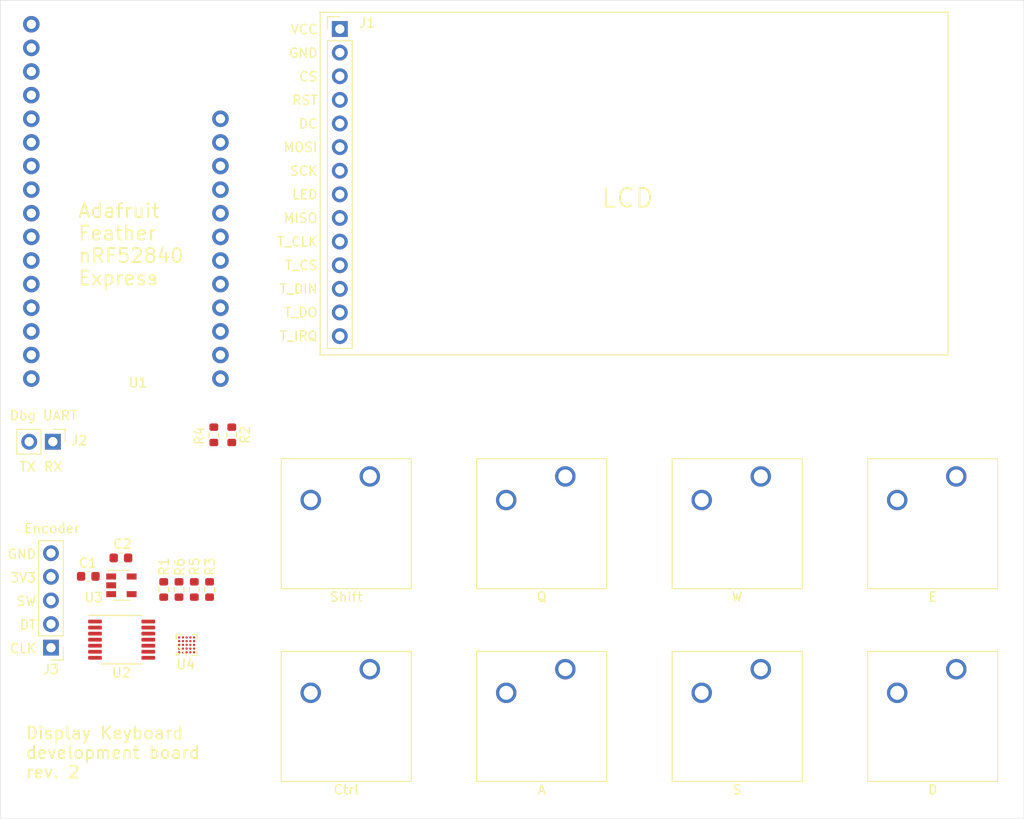
<source format=kicad_pcb>
(kicad_pcb (version 20171130) (host pcbnew "(5.1.8-0-10_14)")

  (general
    (thickness 1.6)
    (drawings 35)
    (tracks 0)
    (zones 0)
    (modules 23)
    (nets 58)
  )

  (page A4)
  (layers
    (0 F.Cu signal)
    (1 In1.Cu signal)
    (2 In2.Cu signal)
    (31 B.Cu signal)
    (32 B.Adhes user)
    (33 F.Adhes user)
    (34 B.Paste user)
    (35 F.Paste user)
    (36 B.SilkS user)
    (37 F.SilkS user)
    (38 B.Mask user)
    (39 F.Mask user)
    (40 Dwgs.User user)
    (41 Cmts.User user)
    (42 Eco1.User user)
    (43 Eco2.User user)
    (44 Edge.Cuts user)
    (45 Margin user)
    (46 B.CrtYd user)
    (47 F.CrtYd user)
    (48 B.Fab user)
    (49 F.Fab user)
  )

  (setup
    (last_trace_width 0.25)
    (user_trace_width 0.09)
    (user_trace_width 0.127)
    (user_trace_width 0.4)
    (user_trace_width 0.6)
    (trace_clearance 0.029)
    (zone_clearance 0.508)
    (zone_45_only no)
    (trace_min 0.09)
    (via_size 0.8)
    (via_drill 0.4)
    (via_min_size 0.45)
    (via_min_drill 0.2)
    (uvia_size 0.3)
    (uvia_drill 0.1)
    (uvias_allowed no)
    (uvia_min_size 0.2)
    (uvia_min_drill 0.1)
    (edge_width 0.05)
    (segment_width 0.2)
    (pcb_text_width 0.3)
    (pcb_text_size 1.5 1.5)
    (mod_edge_width 0.12)
    (mod_text_size 1 1)
    (mod_text_width 0.15)
    (pad_size 1.524 1.524)
    (pad_drill 0.762)
    (pad_to_mask_clearance 0)
    (aux_axis_origin 0 0)
    (visible_elements FFFFFF7F)
    (pcbplotparams
      (layerselection 0x010fc_ffffffff)
      (usegerberextensions false)
      (usegerberattributes true)
      (usegerberadvancedattributes true)
      (creategerberjobfile false)
      (excludeedgelayer true)
      (linewidth 0.100000)
      (plotframeref false)
      (viasonmask false)
      (mode 1)
      (useauxorigin false)
      (hpglpennumber 1)
      (hpglpenspeed 20)
      (hpglpendiameter 15.000000)
      (psnegative false)
      (psa4output false)
      (plotreference true)
      (plotvalue true)
      (plotinvisibletext false)
      (padsonsilk false)
      (subtractmaskfromsilk false)
      (outputformat 1)
      (mirror false)
      (drillshape 0)
      (scaleselection 1)
      (outputdirectory "Gerber/"))
  )

  (net 0 "")
  (net 1 "Net-(U1-Pad3)")
  (net 2 "Net-(U1-Pad6)")
  (net 3 "Net-(U1-Pad10)")
  (net 4 "Net-(U1-Pad11)")
  (net 5 "Net-(U1-Pad12)")
  (net 6 "Net-(U1-Pad32)")
  (net 7 "Net-(U1-Pad21)")
  (net 8 "Net-(U1-Pad19)")
  (net 9 "Net-(U2-Pad6)")
  (net 10 ROW0)
  (net 11 COL3)
  (net 12 ROW1)
  (net 13 COL2)
  (net 14 COL1)
  (net 15 COL0)
  (net 16 Gnd)
  (net 17 T_IRQ)
  (net 18 MISO)
  (net 19 MOSI)
  (net 20 SCK)
  (net 21 D_CS)
  (net 22 T_CS)
  (net 23 "Net-(J1-Pad5)")
  (net 24 3V3)
  (net 25 1V8)
  (net 26 3V3_RST)
  (net 27 1V8_RST)
  (net 28 3V3_SCL)
  (net 29 1V8_KBDINT)
  (net 30 3V3_SDA)
  (net 31 1V8_SCL)
  (net 32 1V8_SDA)
  (net 33 3V3_KBDINT)
  (net 34 EN)
  (net 35 "Net-(U2-Pad9)")
  (net 36 "Net-(U3-Pad4)")
  (net 37 "Net-(U4-PadA1)")
  (net 38 "Net-(U4-PadB1)")
  (net 39 "Net-(U4-PadC1)")
  (net 40 "Net-(U4-PadD1)")
  (net 41 "Net-(U4-PadA2)")
  (net 42 "Net-(U4-PadB2)")
  (net 43 "Net-(U4-PadC2)")
  (net 44 "Net-(U4-PadE2)")
  (net 45 "Net-(U4-PadB3)")
  (net 46 "Net-(U4-PadC4)")
  (net 47 "Net-(U4-PadD4)")
  (net 48 "Net-(U4-PadD5)")
  (net 49 "Net-(U4-PadE5)")
  (net 50 "Net-(J2-Pad1)")
  (net 51 "Net-(J2-Pad2)")
  (net 52 Enc_CLK)
  (net 53 Enc_DT)
  (net 54 Enc_SW)
  (net 55 "Net-(U1-Pad9)")
  (net 56 "Net-(U1-Pad8)")
  (net 57 "Net-(U1-Pad7)")

  (net_class Default "This is the default net class."
    (clearance 0.029)
    (trace_width 0.25)
    (via_dia 0.8)
    (via_drill 0.4)
    (uvia_dia 0.3)
    (uvia_drill 0.1)
    (add_net 1V8)
    (add_net 1V8_KBDINT)
    (add_net 1V8_RST)
    (add_net 1V8_SCL)
    (add_net 1V8_SDA)
    (add_net 3V3)
    (add_net 3V3_KBDINT)
    (add_net 3V3_RST)
    (add_net 3V3_SCL)
    (add_net 3V3_SDA)
    (add_net COL0)
    (add_net COL1)
    (add_net COL2)
    (add_net COL3)
    (add_net D_CS)
    (add_net EN)
    (add_net Enc_CLK)
    (add_net Enc_DT)
    (add_net Enc_SW)
    (add_net Gnd)
    (add_net MISO)
    (add_net MOSI)
    (add_net "Net-(J1-Pad5)")
    (add_net "Net-(J2-Pad1)")
    (add_net "Net-(J2-Pad2)")
    (add_net "Net-(U1-Pad10)")
    (add_net "Net-(U1-Pad11)")
    (add_net "Net-(U1-Pad12)")
    (add_net "Net-(U1-Pad19)")
    (add_net "Net-(U1-Pad21)")
    (add_net "Net-(U1-Pad3)")
    (add_net "Net-(U1-Pad32)")
    (add_net "Net-(U1-Pad6)")
    (add_net "Net-(U1-Pad7)")
    (add_net "Net-(U1-Pad8)")
    (add_net "Net-(U1-Pad9)")
    (add_net "Net-(U2-Pad6)")
    (add_net "Net-(U2-Pad9)")
    (add_net "Net-(U3-Pad4)")
    (add_net "Net-(U4-PadA1)")
    (add_net "Net-(U4-PadA2)")
    (add_net "Net-(U4-PadB1)")
    (add_net "Net-(U4-PadB2)")
    (add_net "Net-(U4-PadB3)")
    (add_net "Net-(U4-PadC1)")
    (add_net "Net-(U4-PadC2)")
    (add_net "Net-(U4-PadC4)")
    (add_net "Net-(U4-PadD1)")
    (add_net "Net-(U4-PadD4)")
    (add_net "Net-(U4-PadD5)")
    (add_net "Net-(U4-PadE2)")
    (add_net "Net-(U4-PadE5)")
    (add_net ROW0)
    (add_net ROW1)
    (add_net SCK)
    (add_net T_CS)
    (add_net T_IRQ)
  )

  (module Adafruit_Feather_nRF52840_Express:Adafruit_Feather_nRF52840_Express (layer F.Cu) (tedit 5FCBEC47) (tstamp 5FCCA1C9)
    (at 143.6624 92.6846 180)
    (descr "Adafruit Feather nRF52840 Express")
    (path /5FCC3339)
    (fp_text reference U1 (at 8.8646 -0.4318) (layer F.SilkS)
      (effects (font (size 1 1) (thickness 0.15)))
    )
    (fp_text value Adafruit_Feather_nRF52840_Express (at 10.16 -5.08) (layer F.Fab) hide
      (effects (font (size 1 1) (thickness 0.15)))
    )
    (fp_line (start 22.86 -2.54) (end -2.54 -2.54) (layer Dwgs.User) (width 0.12))
    (fp_line (start 22.86 40.64) (end 22.86 -2.54) (layer Dwgs.User) (width 0.12))
    (fp_line (start -2.54 40.64) (end 22.86 40.64) (layer Dwgs.User) (width 0.12))
    (fp_line (start -2.54 -2.54) (end -2.54 40.64) (layer Dwgs.User) (width 0.12))
    (pad 17 thru_hole circle (at 20.32 38.1 180) (size 1.778 1.778) (drill 1) (layers *.Cu *.Mask)
      (net 26 3V3_RST))
    (pad 18 thru_hole circle (at 20.32 35.56 180) (size 1.778 1.778) (drill 1) (layers *.Cu *.Mask)
      (net 24 3V3))
    (pad 19 thru_hole circle (at 20.32 33.02 180) (size 1.778 1.778) (drill 1) (layers *.Cu *.Mask)
      (net 8 "Net-(U1-Pad19)"))
    (pad 20 thru_hole circle (at 20.32 30.48 180) (size 1.778 1.778) (drill 1) (layers *.Cu *.Mask)
      (net 16 Gnd))
    (pad 21 thru_hole circle (at 20.32 27.94 180) (size 1.778 1.778) (drill 1) (layers *.Cu *.Mask)
      (net 7 "Net-(U1-Pad21)"))
    (pad 22 thru_hole circle (at 20.32 25.4 180) (size 1.778 1.778) (drill 1) (layers *.Cu *.Mask)
      (net 54 Enc_SW))
    (pad 23 thru_hole circle (at 20.32 22.86 180) (size 1.778 1.778) (drill 1) (layers *.Cu *.Mask)
      (net 53 Enc_DT))
    (pad 24 thru_hole circle (at 20.32 20.32 180) (size 1.778 1.778) (drill 1) (layers *.Cu *.Mask)
      (net 52 Enc_CLK))
    (pad 25 thru_hole circle (at 20.32 17.78 180) (size 1.778 1.778) (drill 1) (layers *.Cu *.Mask)
      (net 22 T_CS))
    (pad 26 thru_hole circle (at 20.32 15.24 180) (size 1.778 1.778) (drill 1) (layers *.Cu *.Mask)
      (net 21 D_CS))
    (pad 27 thru_hole circle (at 20.32 12.7 180) (size 1.778 1.778) (drill 1) (layers *.Cu *.Mask)
      (net 20 SCK))
    (pad 28 thru_hole circle (at 20.32 10.16 180) (size 1.778 1.778) (drill 1) (layers *.Cu *.Mask)
      (net 19 MOSI))
    (pad 29 thru_hole circle (at 20.32 7.62 180) (size 1.778 1.778) (drill 1) (layers *.Cu *.Mask)
      (net 18 MISO))
    (pad 30 thru_hole circle (at 20.32 5.08 180) (size 1.778 1.778) (drill 1) (layers *.Cu *.Mask)
      (net 51 "Net-(J2-Pad2)"))
    (pad 31 thru_hole circle (at 20.32 2.54 180) (size 1.778 1.778) (drill 1) (layers *.Cu *.Mask)
      (net 50 "Net-(J2-Pad1)"))
    (pad 32 thru_hole circle (at 20.32 0 180) (size 1.778 1.778) (drill 1) (layers *.Cu *.Mask)
      (net 6 "Net-(U1-Pad32)"))
    (pad 12 thru_hole circle (at 0 27.94 180) (size 1.778 1.778) (drill 1) (layers *.Cu *.Mask)
      (net 5 "Net-(U1-Pad12)"))
    (pad 11 thru_hole circle (at 0 25.4 180) (size 1.778 1.778) (drill 1) (layers *.Cu *.Mask)
      (net 4 "Net-(U1-Pad11)"))
    (pad 10 thru_hole circle (at 0 22.86 180) (size 1.778 1.778) (drill 1) (layers *.Cu *.Mask)
      (net 3 "Net-(U1-Pad10)"))
    (pad 9 thru_hole circle (at 0 20.32 180) (size 1.778 1.778) (drill 1) (layers *.Cu *.Mask)
      (net 55 "Net-(U1-Pad9)"))
    (pad 8 thru_hole circle (at 0 17.78 180) (size 1.778 1.778) (drill 1) (layers *.Cu *.Mask)
      (net 56 "Net-(U1-Pad8)"))
    (pad 7 thru_hole circle (at 0 15.24 180) (size 1.778 1.778) (drill 1) (layers *.Cu *.Mask)
      (net 57 "Net-(U1-Pad7)"))
    (pad 6 thru_hole circle (at 0 12.7 180) (size 1.778 1.778) (drill 1) (layers *.Cu *.Mask)
      (net 2 "Net-(U1-Pad6)"))
    (pad 5 thru_hole circle (at 0 10.16 180) (size 1.778 1.778) (drill 1) (layers *.Cu *.Mask)
      (net 17 T_IRQ))
    (pad 4 thru_hole circle (at 0 7.62 180) (size 1.778 1.778) (drill 1) (layers *.Cu *.Mask)
      (net 33 3V3_KBDINT))
    (pad 3 thru_hole circle (at 0 5.08 180) (size 1.778 1.778) (drill 1) (layers *.Cu *.Mask)
      (net 1 "Net-(U1-Pad3)"))
    (pad 2 thru_hole circle (at 0 2.54 180) (size 1.778 1.778) (drill 1) (layers *.Cu *.Mask)
      (net 28 3V3_SCL))
    (pad 1 thru_hole circle (at 0 0 180) (size 1.778 1.778) (drill 1) (layers *.Cu *.Mask)
      (net 30 3V3_SDA))
  )

  (module Button_Switch_Keyboard:SW_Cherry_MX_1.00u_PCB (layer F.Cu) (tedit 5A02FE24) (tstamp 5FCCA13D)
    (at 180.721 123.9266)
    (descr "Cherry MX keyswitch, 1.00u, PCB mount, http://cherryamericas.com/wp-content/uploads/2014/12/mx_cat.pdf")
    (tags "Cherry MX keyswitch 1.00u PCB")
    (path /5FCCB8B3)
    (fp_text reference A1 (at -2.54 -2.794) (layer F.SilkS) hide
      (effects (font (size 1 1) (thickness 0.15)))
    )
    (fp_text value A (at -2.54 12.954) (layer F.SilkS)
      (effects (font (size 1 1) (thickness 0.15)))
    )
    (fp_line (start -8.89 -1.27) (end 3.81 -1.27) (layer F.Fab) (width 0.1))
    (fp_line (start 3.81 -1.27) (end 3.81 11.43) (layer F.Fab) (width 0.1))
    (fp_line (start 3.81 11.43) (end -8.89 11.43) (layer F.Fab) (width 0.1))
    (fp_line (start -8.89 11.43) (end -8.89 -1.27) (layer F.Fab) (width 0.1))
    (fp_line (start -9.14 11.68) (end -9.14 -1.52) (layer F.CrtYd) (width 0.05))
    (fp_line (start 4.06 11.68) (end -9.14 11.68) (layer F.CrtYd) (width 0.05))
    (fp_line (start 4.06 -1.52) (end 4.06 11.68) (layer F.CrtYd) (width 0.05))
    (fp_line (start -9.14 -1.52) (end 4.06 -1.52) (layer F.CrtYd) (width 0.05))
    (fp_line (start -12.065 -4.445) (end 6.985 -4.445) (layer Dwgs.User) (width 0.15))
    (fp_line (start 6.985 -4.445) (end 6.985 14.605) (layer Dwgs.User) (width 0.15))
    (fp_line (start 6.985 14.605) (end -12.065 14.605) (layer Dwgs.User) (width 0.15))
    (fp_line (start -12.065 14.605) (end -12.065 -4.445) (layer Dwgs.User) (width 0.15))
    (fp_line (start -9.525 -1.905) (end 4.445 -1.905) (layer F.SilkS) (width 0.12))
    (fp_line (start 4.445 -1.905) (end 4.445 12.065) (layer F.SilkS) (width 0.12))
    (fp_line (start 4.445 12.065) (end -9.525 12.065) (layer F.SilkS) (width 0.12))
    (fp_line (start -9.525 12.065) (end -9.525 -1.905) (layer F.SilkS) (width 0.12))
    (fp_text user %R (at -2.54 -2.794) (layer F.Fab)
      (effects (font (size 1 1) (thickness 0.15)))
    )
    (pad "" np_thru_hole circle (at 2.54 5.08) (size 1.7 1.7) (drill 1.7) (layers *.Cu *.Mask))
    (pad "" np_thru_hole circle (at -7.62 5.08) (size 1.7 1.7) (drill 1.7) (layers *.Cu *.Mask))
    (pad "" np_thru_hole circle (at -2.54 5.08) (size 4 4) (drill 4) (layers *.Cu *.Mask))
    (pad 2 thru_hole circle (at -6.35 2.54) (size 2.2 2.2) (drill 1.5) (layers *.Cu *.Mask)
      (net 13 COL2))
    (pad 1 thru_hole circle (at 0 0) (size 2.2 2.2) (drill 1.5) (layers *.Cu *.Mask)
      (net 12 ROW1))
    (model ${KISYS3DMOD}/Button_Switch_Keyboard.3dshapes/SW_Cherry_MX_1.00u_PCB.wrl
      (at (xyz 0 0 0))
      (scale (xyz 1 1 1))
      (rotate (xyz 0 0 0))
    )
  )

  (module Button_Switch_Keyboard:SW_Cherry_MX_1.00u_PCB (layer F.Cu) (tedit 5A02FE24) (tstamp 5FCCA171)
    (at 222.7326 123.9266)
    (descr "Cherry MX keyswitch, 1.00u, PCB mount, http://cherryamericas.com/wp-content/uploads/2014/12/mx_cat.pdf")
    (tags "Cherry MX keyswitch 1.00u PCB")
    (path /5FCCC6C4)
    (fp_text reference D1 (at -2.54 -2.794) (layer F.SilkS) hide
      (effects (font (size 1 1) (thickness 0.15)))
    )
    (fp_text value D (at -2.54 12.954) (layer F.SilkS)
      (effects (font (size 1 1) (thickness 0.15)))
    )
    (fp_line (start -8.89 -1.27) (end 3.81 -1.27) (layer F.Fab) (width 0.1))
    (fp_line (start 3.81 -1.27) (end 3.81 11.43) (layer F.Fab) (width 0.1))
    (fp_line (start 3.81 11.43) (end -8.89 11.43) (layer F.Fab) (width 0.1))
    (fp_line (start -8.89 11.43) (end -8.89 -1.27) (layer F.Fab) (width 0.1))
    (fp_line (start -9.14 11.68) (end -9.14 -1.52) (layer F.CrtYd) (width 0.05))
    (fp_line (start 4.06 11.68) (end -9.14 11.68) (layer F.CrtYd) (width 0.05))
    (fp_line (start 4.06 -1.52) (end 4.06 11.68) (layer F.CrtYd) (width 0.05))
    (fp_line (start -9.14 -1.52) (end 4.06 -1.52) (layer F.CrtYd) (width 0.05))
    (fp_line (start -12.065 -4.445) (end 6.985 -4.445) (layer Dwgs.User) (width 0.15))
    (fp_line (start 6.985 -4.445) (end 6.985 14.605) (layer Dwgs.User) (width 0.15))
    (fp_line (start 6.985 14.605) (end -12.065 14.605) (layer Dwgs.User) (width 0.15))
    (fp_line (start -12.065 14.605) (end -12.065 -4.445) (layer Dwgs.User) (width 0.15))
    (fp_line (start -9.525 -1.905) (end 4.445 -1.905) (layer F.SilkS) (width 0.12))
    (fp_line (start 4.445 -1.905) (end 4.445 12.065) (layer F.SilkS) (width 0.12))
    (fp_line (start 4.445 12.065) (end -9.525 12.065) (layer F.SilkS) (width 0.12))
    (fp_line (start -9.525 12.065) (end -9.525 -1.905) (layer F.SilkS) (width 0.12))
    (fp_text user %R (at -2.54 -2.794) (layer F.Fab)
      (effects (font (size 1 1) (thickness 0.15)))
    )
    (pad "" np_thru_hole circle (at 2.54 5.08) (size 1.7 1.7) (drill 1.7) (layers *.Cu *.Mask))
    (pad "" np_thru_hole circle (at -7.62 5.08) (size 1.7 1.7) (drill 1.7) (layers *.Cu *.Mask))
    (pad "" np_thru_hole circle (at -2.54 5.08) (size 4 4) (drill 4) (layers *.Cu *.Mask))
    (pad 2 thru_hole circle (at -6.35 2.54) (size 2.2 2.2) (drill 1.5) (layers *.Cu *.Mask)
      (net 15 COL0))
    (pad 1 thru_hole circle (at 0 0) (size 2.2 2.2) (drill 1.5) (layers *.Cu *.Mask)
      (net 12 ROW1))
    (model ${KISYS3DMOD}/Button_Switch_Keyboard.3dshapes/SW_Cherry_MX_1.00u_PCB.wrl
      (at (xyz 0 0 0))
      (scale (xyz 1 1 1))
      (rotate (xyz 0 0 0))
    )
  )

  (module Button_Switch_Keyboard:SW_Cherry_MX_1.00u_PCB (layer F.Cu) (tedit 5A02FE24) (tstamp 5FCCA109)
    (at 159.7152 103.2002)
    (descr "Cherry MX keyswitch, 1.00u, PCB mount, http://cherryamericas.com/wp-content/uploads/2014/12/mx_cat.pdf")
    (tags "Cherry MX keyswitch 1.00u PCB")
    (path /5FCCCBD3)
    (fp_text reference Shift1 (at -2.54 -2.794) (layer F.SilkS) hide
      (effects (font (size 1 1) (thickness 0.15)))
    )
    (fp_text value Shift (at -2.54 12.954) (layer F.SilkS)
      (effects (font (size 1 1) (thickness 0.15)))
    )
    (fp_line (start -9.525 12.065) (end -9.525 -1.905) (layer F.SilkS) (width 0.12))
    (fp_line (start 4.445 12.065) (end -9.525 12.065) (layer F.SilkS) (width 0.12))
    (fp_line (start 4.445 -1.905) (end 4.445 12.065) (layer F.SilkS) (width 0.12))
    (fp_line (start -9.525 -1.905) (end 4.445 -1.905) (layer F.SilkS) (width 0.12))
    (fp_line (start -12.065 14.605) (end -12.065 -4.445) (layer Dwgs.User) (width 0.15))
    (fp_line (start 6.985 14.605) (end -12.065 14.605) (layer Dwgs.User) (width 0.15))
    (fp_line (start 6.985 -4.445) (end 6.985 14.605) (layer Dwgs.User) (width 0.15))
    (fp_line (start -12.065 -4.445) (end 6.985 -4.445) (layer Dwgs.User) (width 0.15))
    (fp_line (start -9.14 -1.52) (end 4.06 -1.52) (layer F.CrtYd) (width 0.05))
    (fp_line (start 4.06 -1.52) (end 4.06 11.68) (layer F.CrtYd) (width 0.05))
    (fp_line (start 4.06 11.68) (end -9.14 11.68) (layer F.CrtYd) (width 0.05))
    (fp_line (start -9.14 11.68) (end -9.14 -1.52) (layer F.CrtYd) (width 0.05))
    (fp_line (start -8.89 11.43) (end -8.89 -1.27) (layer F.Fab) (width 0.1))
    (fp_line (start 3.81 11.43) (end -8.89 11.43) (layer F.Fab) (width 0.1))
    (fp_line (start 3.81 -1.27) (end 3.81 11.43) (layer F.Fab) (width 0.1))
    (fp_line (start -8.89 -1.27) (end 3.81 -1.27) (layer F.Fab) (width 0.1))
    (fp_text user %R (at -2.54 -2.794) (layer F.Fab)
      (effects (font (size 1 1) (thickness 0.15)))
    )
    (pad 1 thru_hole circle (at 0 0) (size 2.2 2.2) (drill 1.5) (layers *.Cu *.Mask)
      (net 10 ROW0))
    (pad 2 thru_hole circle (at -6.35 2.54) (size 2.2 2.2) (drill 1.5) (layers *.Cu *.Mask)
      (net 11 COL3))
    (pad "" np_thru_hole circle (at -2.54 5.08) (size 4 4) (drill 4) (layers *.Cu *.Mask))
    (pad "" np_thru_hole circle (at -7.62 5.08) (size 1.7 1.7) (drill 1.7) (layers *.Cu *.Mask))
    (pad "" np_thru_hole circle (at 2.54 5.08) (size 1.7 1.7) (drill 1.7) (layers *.Cu *.Mask))
    (model ${KISYS3DMOD}/Button_Switch_Keyboard.3dshapes/SW_Cherry_MX_1.00u_PCB.wrl
      (at (xyz 0 0 0))
      (scale (xyz 1 1 1))
      (rotate (xyz 0 0 0))
    )
  )

  (module Button_Switch_Keyboard:SW_Cherry_MX_1.00u_PCB (layer F.Cu) (tedit 5A02FE24) (tstamp 5FCCA123)
    (at 159.7152 123.9266)
    (descr "Cherry MX keyswitch, 1.00u, PCB mount, http://cherryamericas.com/wp-content/uploads/2014/12/mx_cat.pdf")
    (tags "Cherry MX keyswitch 1.00u PCB")
    (path /5FCCD3E9)
    (fp_text reference Ctrl1 (at -2.54 -2.794) (layer F.SilkS) hide
      (effects (font (size 1 1) (thickness 0.15)))
    )
    (fp_text value Ctrl (at -2.54 12.954) (layer F.SilkS)
      (effects (font (size 1 1) (thickness 0.15)))
    )
    (fp_line (start -8.89 -1.27) (end 3.81 -1.27) (layer F.Fab) (width 0.1))
    (fp_line (start 3.81 -1.27) (end 3.81 11.43) (layer F.Fab) (width 0.1))
    (fp_line (start 3.81 11.43) (end -8.89 11.43) (layer F.Fab) (width 0.1))
    (fp_line (start -8.89 11.43) (end -8.89 -1.27) (layer F.Fab) (width 0.1))
    (fp_line (start -9.14 11.68) (end -9.14 -1.52) (layer F.CrtYd) (width 0.05))
    (fp_line (start 4.06 11.68) (end -9.14 11.68) (layer F.CrtYd) (width 0.05))
    (fp_line (start 4.06 -1.52) (end 4.06 11.68) (layer F.CrtYd) (width 0.05))
    (fp_line (start -9.14 -1.52) (end 4.06 -1.52) (layer F.CrtYd) (width 0.05))
    (fp_line (start -12.065 -4.445) (end 6.985 -4.445) (layer Dwgs.User) (width 0.15))
    (fp_line (start 6.985 -4.445) (end 6.985 14.605) (layer Dwgs.User) (width 0.15))
    (fp_line (start 6.985 14.605) (end -12.065 14.605) (layer Dwgs.User) (width 0.15))
    (fp_line (start -12.065 14.605) (end -12.065 -4.445) (layer Dwgs.User) (width 0.15))
    (fp_line (start -9.525 -1.905) (end 4.445 -1.905) (layer F.SilkS) (width 0.12))
    (fp_line (start 4.445 -1.905) (end 4.445 12.065) (layer F.SilkS) (width 0.12))
    (fp_line (start 4.445 12.065) (end -9.525 12.065) (layer F.SilkS) (width 0.12))
    (fp_line (start -9.525 12.065) (end -9.525 -1.905) (layer F.SilkS) (width 0.12))
    (fp_text user %R (at -2.54 -2.794) (layer F.Fab)
      (effects (font (size 1 1) (thickness 0.15)))
    )
    (pad "" np_thru_hole circle (at 2.54 5.08) (size 1.7 1.7) (drill 1.7) (layers *.Cu *.Mask))
    (pad "" np_thru_hole circle (at -7.62 5.08) (size 1.7 1.7) (drill 1.7) (layers *.Cu *.Mask))
    (pad "" np_thru_hole circle (at -2.54 5.08) (size 4 4) (drill 4) (layers *.Cu *.Mask))
    (pad 2 thru_hole circle (at -6.35 2.54) (size 2.2 2.2) (drill 1.5) (layers *.Cu *.Mask)
      (net 11 COL3))
    (pad 1 thru_hole circle (at 0 0) (size 2.2 2.2) (drill 1.5) (layers *.Cu *.Mask)
      (net 12 ROW1))
    (model ${KISYS3DMOD}/Button_Switch_Keyboard.3dshapes/SW_Cherry_MX_1.00u_PCB.wrl
      (at (xyz 0 0 0))
      (scale (xyz 1 1 1))
      (rotate (xyz 0 0 0))
    )
  )

  (module Button_Switch_Keyboard:SW_Cherry_MX_1.00u_PCB (layer F.Cu) (tedit 5A02FE24) (tstamp 5FCCA157)
    (at 201.7268 123.9266)
    (descr "Cherry MX keyswitch, 1.00u, PCB mount, http://cherryamericas.com/wp-content/uploads/2014/12/mx_cat.pdf")
    (tags "Cherry MX keyswitch 1.00u PCB")
    (path /5FCCBF44)
    (fp_text reference S1 (at -2.54 -2.794) (layer F.SilkS) hide
      (effects (font (size 1 1) (thickness 0.15)))
    )
    (fp_text value S (at -2.54 12.954) (layer F.SilkS)
      (effects (font (size 1 1) (thickness 0.15)))
    )
    (fp_line (start -9.525 12.065) (end -9.525 -1.905) (layer F.SilkS) (width 0.12))
    (fp_line (start 4.445 12.065) (end -9.525 12.065) (layer F.SilkS) (width 0.12))
    (fp_line (start 4.445 -1.905) (end 4.445 12.065) (layer F.SilkS) (width 0.12))
    (fp_line (start -9.525 -1.905) (end 4.445 -1.905) (layer F.SilkS) (width 0.12))
    (fp_line (start -12.065 14.605) (end -12.065 -4.445) (layer Dwgs.User) (width 0.15))
    (fp_line (start 6.985 14.605) (end -12.065 14.605) (layer Dwgs.User) (width 0.15))
    (fp_line (start 6.985 -4.445) (end 6.985 14.605) (layer Dwgs.User) (width 0.15))
    (fp_line (start -12.065 -4.445) (end 6.985 -4.445) (layer Dwgs.User) (width 0.15))
    (fp_line (start -9.14 -1.52) (end 4.06 -1.52) (layer F.CrtYd) (width 0.05))
    (fp_line (start 4.06 -1.52) (end 4.06 11.68) (layer F.CrtYd) (width 0.05))
    (fp_line (start 4.06 11.68) (end -9.14 11.68) (layer F.CrtYd) (width 0.05))
    (fp_line (start -9.14 11.68) (end -9.14 -1.52) (layer F.CrtYd) (width 0.05))
    (fp_line (start -8.89 11.43) (end -8.89 -1.27) (layer F.Fab) (width 0.1))
    (fp_line (start 3.81 11.43) (end -8.89 11.43) (layer F.Fab) (width 0.1))
    (fp_line (start 3.81 -1.27) (end 3.81 11.43) (layer F.Fab) (width 0.1))
    (fp_line (start -8.89 -1.27) (end 3.81 -1.27) (layer F.Fab) (width 0.1))
    (fp_text user %R (at -2.54 -2.794) (layer F.Fab)
      (effects (font (size 1 1) (thickness 0.15)))
    )
    (pad 1 thru_hole circle (at 0 0) (size 2.2 2.2) (drill 1.5) (layers *.Cu *.Mask)
      (net 12 ROW1))
    (pad 2 thru_hole circle (at -6.35 2.54) (size 2.2 2.2) (drill 1.5) (layers *.Cu *.Mask)
      (net 14 COL1))
    (pad "" np_thru_hole circle (at -2.54 5.08) (size 4 4) (drill 4) (layers *.Cu *.Mask))
    (pad "" np_thru_hole circle (at -7.62 5.08) (size 1.7 1.7) (drill 1.7) (layers *.Cu *.Mask))
    (pad "" np_thru_hole circle (at 2.54 5.08) (size 1.7 1.7) (drill 1.7) (layers *.Cu *.Mask))
    (model ${KISYS3DMOD}/Button_Switch_Keyboard.3dshapes/SW_Cherry_MX_1.00u_PCB.wrl
      (at (xyz 0 0 0))
      (scale (xyz 1 1 1))
      (rotate (xyz 0 0 0))
    )
  )

  (module Button_Switch_Keyboard:SW_Cherry_MX_1.00u_PCB (layer F.Cu) (tedit 5A02FE24) (tstamp 5FCCA18B)
    (at 222.7326 103.2002)
    (descr "Cherry MX keyswitch, 1.00u, PCB mount, http://cherryamericas.com/wp-content/uploads/2014/12/mx_cat.pdf")
    (tags "Cherry MX keyswitch 1.00u PCB")
    (path /5FCCAA98)
    (fp_text reference E1 (at -2.54 -2.794) (layer F.SilkS) hide
      (effects (font (size 1 1) (thickness 0.15)))
    )
    (fp_text value E (at -2.54 12.954) (layer F.SilkS)
      (effects (font (size 1 1) (thickness 0.15)))
    )
    (fp_line (start -9.525 12.065) (end -9.525 -1.905) (layer F.SilkS) (width 0.12))
    (fp_line (start 4.445 12.065) (end -9.525 12.065) (layer F.SilkS) (width 0.12))
    (fp_line (start 4.445 -1.905) (end 4.445 12.065) (layer F.SilkS) (width 0.12))
    (fp_line (start -9.525 -1.905) (end 4.445 -1.905) (layer F.SilkS) (width 0.12))
    (fp_line (start -12.065 14.605) (end -12.065 -4.445) (layer Dwgs.User) (width 0.15))
    (fp_line (start 6.985 14.605) (end -12.065 14.605) (layer Dwgs.User) (width 0.15))
    (fp_line (start 6.985 -4.445) (end 6.985 14.605) (layer Dwgs.User) (width 0.15))
    (fp_line (start -12.065 -4.445) (end 6.985 -4.445) (layer Dwgs.User) (width 0.15))
    (fp_line (start -9.14 -1.52) (end 4.06 -1.52) (layer F.CrtYd) (width 0.05))
    (fp_line (start 4.06 -1.52) (end 4.06 11.68) (layer F.CrtYd) (width 0.05))
    (fp_line (start 4.06 11.68) (end -9.14 11.68) (layer F.CrtYd) (width 0.05))
    (fp_line (start -9.14 11.68) (end -9.14 -1.52) (layer F.CrtYd) (width 0.05))
    (fp_line (start -8.89 11.43) (end -8.89 -1.27) (layer F.Fab) (width 0.1))
    (fp_line (start 3.81 11.43) (end -8.89 11.43) (layer F.Fab) (width 0.1))
    (fp_line (start 3.81 -1.27) (end 3.81 11.43) (layer F.Fab) (width 0.1))
    (fp_line (start -8.89 -1.27) (end 3.81 -1.27) (layer F.Fab) (width 0.1))
    (fp_text user %R (at -2.54 -2.794) (layer F.Fab)
      (effects (font (size 1 1) (thickness 0.15)))
    )
    (pad 1 thru_hole circle (at 0 0) (size 2.2 2.2) (drill 1.5) (layers *.Cu *.Mask)
      (net 10 ROW0))
    (pad 2 thru_hole circle (at -6.35 2.54) (size 2.2 2.2) (drill 1.5) (layers *.Cu *.Mask)
      (net 15 COL0))
    (pad "" np_thru_hole circle (at -2.54 5.08) (size 4 4) (drill 4) (layers *.Cu *.Mask))
    (pad "" np_thru_hole circle (at -7.62 5.08) (size 1.7 1.7) (drill 1.7) (layers *.Cu *.Mask))
    (pad "" np_thru_hole circle (at 2.54 5.08) (size 1.7 1.7) (drill 1.7) (layers *.Cu *.Mask))
    (model ${KISYS3DMOD}/Button_Switch_Keyboard.3dshapes/SW_Cherry_MX_1.00u_PCB.wrl
      (at (xyz 0 0 0))
      (scale (xyz 1 1 1))
      (rotate (xyz 0 0 0))
    )
  )

  (module Button_Switch_Keyboard:SW_Cherry_MX_1.00u_PCB (layer F.Cu) (tedit 5A02FE24) (tstamp 5FCCA1A5)
    (at 180.721 103.2002)
    (descr "Cherry MX keyswitch, 1.00u, PCB mount, http://cherryamericas.com/wp-content/uploads/2014/12/mx_cat.pdf")
    (tags "Cherry MX keyswitch 1.00u PCB")
    (path /5FCC9F75)
    (fp_text reference Q1 (at -2.54 -2.794) (layer F.SilkS) hide
      (effects (font (size 1 1) (thickness 0.15)))
    )
    (fp_text value Q (at -2.54 12.954) (layer F.SilkS)
      (effects (font (size 1 1) (thickness 0.15)))
    )
    (fp_line (start -9.525 12.065) (end -9.525 -1.905) (layer F.SilkS) (width 0.12))
    (fp_line (start 4.445 12.065) (end -9.525 12.065) (layer F.SilkS) (width 0.12))
    (fp_line (start 4.445 -1.905) (end 4.445 12.065) (layer F.SilkS) (width 0.12))
    (fp_line (start -9.525 -1.905) (end 4.445 -1.905) (layer F.SilkS) (width 0.12))
    (fp_line (start -12.065 14.605) (end -12.065 -4.445) (layer Dwgs.User) (width 0.15))
    (fp_line (start 6.985 14.605) (end -12.065 14.605) (layer Dwgs.User) (width 0.15))
    (fp_line (start 6.985 -4.445) (end 6.985 14.605) (layer Dwgs.User) (width 0.15))
    (fp_line (start -12.065 -4.445) (end 6.985 -4.445) (layer Dwgs.User) (width 0.15))
    (fp_line (start -9.14 -1.52) (end 4.06 -1.52) (layer F.CrtYd) (width 0.05))
    (fp_line (start 4.06 -1.52) (end 4.06 11.68) (layer F.CrtYd) (width 0.05))
    (fp_line (start 4.06 11.68) (end -9.14 11.68) (layer F.CrtYd) (width 0.05))
    (fp_line (start -9.14 11.68) (end -9.14 -1.52) (layer F.CrtYd) (width 0.05))
    (fp_line (start -8.89 11.43) (end -8.89 -1.27) (layer F.Fab) (width 0.1))
    (fp_line (start 3.81 11.43) (end -8.89 11.43) (layer F.Fab) (width 0.1))
    (fp_line (start 3.81 -1.27) (end 3.81 11.43) (layer F.Fab) (width 0.1))
    (fp_line (start -8.89 -1.27) (end 3.81 -1.27) (layer F.Fab) (width 0.1))
    (fp_text user %R (at -2.54 -2.794) (layer F.Fab)
      (effects (font (size 1 1) (thickness 0.15)))
    )
    (pad 1 thru_hole circle (at 0 0) (size 2.2 2.2) (drill 1.5) (layers *.Cu *.Mask)
      (net 10 ROW0))
    (pad 2 thru_hole circle (at -6.35 2.54) (size 2.2 2.2) (drill 1.5) (layers *.Cu *.Mask)
      (net 13 COL2))
    (pad "" np_thru_hole circle (at -2.54 5.08) (size 4 4) (drill 4) (layers *.Cu *.Mask))
    (pad "" np_thru_hole circle (at -7.62 5.08) (size 1.7 1.7) (drill 1.7) (layers *.Cu *.Mask))
    (pad "" np_thru_hole circle (at 2.54 5.08) (size 1.7 1.7) (drill 1.7) (layers *.Cu *.Mask))
    (model ${KISYS3DMOD}/Button_Switch_Keyboard.3dshapes/SW_Cherry_MX_1.00u_PCB.wrl
      (at (xyz 0 0 0))
      (scale (xyz 1 1 1))
      (rotate (xyz 0 0 0))
    )
  )

  (module Button_Switch_Keyboard:SW_Cherry_MX_1.00u_PCB (layer F.Cu) (tedit 5A02FE24) (tstamp 5FCCA215)
    (at 201.7268 103.2002)
    (descr "Cherry MX keyswitch, 1.00u, PCB mount, http://cherryamericas.com/wp-content/uploads/2014/12/mx_cat.pdf")
    (tags "Cherry MX keyswitch 1.00u PCB")
    (path /5FCCA414)
    (fp_text reference W1 (at -2.54 -2.794) (layer F.SilkS) hide
      (effects (font (size 1 1) (thickness 0.15)))
    )
    (fp_text value W (at -2.54 12.954) (layer F.SilkS)
      (effects (font (size 1 1) (thickness 0.15)))
    )
    (fp_line (start -8.89 -1.27) (end 3.81 -1.27) (layer F.Fab) (width 0.1))
    (fp_line (start 3.81 -1.27) (end 3.81 11.43) (layer F.Fab) (width 0.1))
    (fp_line (start 3.81 11.43) (end -8.89 11.43) (layer F.Fab) (width 0.1))
    (fp_line (start -8.89 11.43) (end -8.89 -1.27) (layer F.Fab) (width 0.1))
    (fp_line (start -9.14 11.68) (end -9.14 -1.52) (layer F.CrtYd) (width 0.05))
    (fp_line (start 4.06 11.68) (end -9.14 11.68) (layer F.CrtYd) (width 0.05))
    (fp_line (start 4.06 -1.52) (end 4.06 11.68) (layer F.CrtYd) (width 0.05))
    (fp_line (start -9.14 -1.52) (end 4.06 -1.52) (layer F.CrtYd) (width 0.05))
    (fp_line (start -12.065 -4.445) (end 6.985 -4.445) (layer Dwgs.User) (width 0.15))
    (fp_line (start 6.985 -4.445) (end 6.985 14.605) (layer Dwgs.User) (width 0.15))
    (fp_line (start 6.985 14.605) (end -12.065 14.605) (layer Dwgs.User) (width 0.15))
    (fp_line (start -12.065 14.605) (end -12.065 -4.445) (layer Dwgs.User) (width 0.15))
    (fp_line (start -9.525 -1.905) (end 4.445 -1.905) (layer F.SilkS) (width 0.12))
    (fp_line (start 4.445 -1.905) (end 4.445 12.065) (layer F.SilkS) (width 0.12))
    (fp_line (start 4.445 12.065) (end -9.525 12.065) (layer F.SilkS) (width 0.12))
    (fp_line (start -9.525 12.065) (end -9.525 -1.905) (layer F.SilkS) (width 0.12))
    (fp_text user %R (at -2.54 -2.794) (layer F.Fab)
      (effects (font (size 1 1) (thickness 0.15)))
    )
    (pad "" np_thru_hole circle (at 2.54 5.08) (size 1.7 1.7) (drill 1.7) (layers *.Cu *.Mask))
    (pad "" np_thru_hole circle (at -7.62 5.08) (size 1.7 1.7) (drill 1.7) (layers *.Cu *.Mask))
    (pad "" np_thru_hole circle (at -2.54 5.08) (size 4 4) (drill 4) (layers *.Cu *.Mask))
    (pad 2 thru_hole circle (at -6.35 2.54) (size 2.2 2.2) (drill 1.5) (layers *.Cu *.Mask)
      (net 14 COL1))
    (pad 1 thru_hole circle (at 0 0) (size 2.2 2.2) (drill 1.5) (layers *.Cu *.Mask)
      (net 10 ROW0))
    (model ${KISYS3DMOD}/Button_Switch_Keyboard.3dshapes/SW_Cherry_MX_1.00u_PCB.wrl
      (at (xyz 0 0 0))
      (scale (xyz 1 1 1))
      (rotate (xyz 0 0 0))
    )
  )

  (module Connector_PinHeader_2.54mm:PinHeader_1x14_P2.54mm_Vertical (layer F.Cu) (tedit 59FED5CC) (tstamp 5FCD134E)
    (at 156.4894 55.0926)
    (descr "Through hole straight pin header, 1x14, 2.54mm pitch, single row")
    (tags "Through hole pin header THT 1x14 2.54mm single row")
    (path /5FCD18E2)
    (fp_text reference J1 (at 2.9464 -0.6604) (layer F.SilkS)
      (effects (font (size 1 1) (thickness 0.15)))
    )
    (fp_text value Conn_01x14_Female (at 0 35.35) (layer F.Fab)
      (effects (font (size 1 1) (thickness 0.15)))
    )
    (fp_line (start 1.8 -1.8) (end -1.8 -1.8) (layer F.CrtYd) (width 0.05))
    (fp_line (start 1.8 34.8) (end 1.8 -1.8) (layer F.CrtYd) (width 0.05))
    (fp_line (start -1.8 34.8) (end 1.8 34.8) (layer F.CrtYd) (width 0.05))
    (fp_line (start -1.8 -1.8) (end -1.8 34.8) (layer F.CrtYd) (width 0.05))
    (fp_line (start -1.33 -1.33) (end 0 -1.33) (layer F.SilkS) (width 0.12))
    (fp_line (start -1.33 0) (end -1.33 -1.33) (layer F.SilkS) (width 0.12))
    (fp_line (start -1.33 1.27) (end 1.33 1.27) (layer F.SilkS) (width 0.12))
    (fp_line (start 1.33 1.27) (end 1.33 34.35) (layer F.SilkS) (width 0.12))
    (fp_line (start -1.33 1.27) (end -1.33 34.35) (layer F.SilkS) (width 0.12))
    (fp_line (start -1.33 34.35) (end 1.33 34.35) (layer F.SilkS) (width 0.12))
    (fp_line (start -1.27 -0.635) (end -0.635 -1.27) (layer F.Fab) (width 0.1))
    (fp_line (start -1.27 34.29) (end -1.27 -0.635) (layer F.Fab) (width 0.1))
    (fp_line (start 1.27 34.29) (end -1.27 34.29) (layer F.Fab) (width 0.1))
    (fp_line (start 1.27 -1.27) (end 1.27 34.29) (layer F.Fab) (width 0.1))
    (fp_line (start -0.635 -1.27) (end 1.27 -1.27) (layer F.Fab) (width 0.1))
    (fp_text user %R (at 0 16.51 90) (layer F.Fab)
      (effects (font (size 1 1) (thickness 0.15)))
    )
    (pad 1 thru_hole rect (at 0 0) (size 1.7 1.7) (drill 1) (layers *.Cu *.Mask)
      (net 24 3V3))
    (pad 2 thru_hole oval (at 0 2.54) (size 1.7 1.7) (drill 1) (layers *.Cu *.Mask)
      (net 16 Gnd))
    (pad 3 thru_hole oval (at 0 5.08) (size 1.7 1.7) (drill 1) (layers *.Cu *.Mask)
      (net 21 D_CS))
    (pad 4 thru_hole oval (at 0 7.62) (size 1.7 1.7) (drill 1) (layers *.Cu *.Mask)
      (net 26 3V3_RST))
    (pad 5 thru_hole oval (at 0 10.16) (size 1.7 1.7) (drill 1) (layers *.Cu *.Mask)
      (net 23 "Net-(J1-Pad5)"))
    (pad 6 thru_hole oval (at 0 12.7) (size 1.7 1.7) (drill 1) (layers *.Cu *.Mask)
      (net 19 MOSI))
    (pad 7 thru_hole oval (at 0 15.24) (size 1.7 1.7) (drill 1) (layers *.Cu *.Mask)
      (net 20 SCK))
    (pad 8 thru_hole oval (at 0 17.78) (size 1.7 1.7) (drill 1) (layers *.Cu *.Mask)
      (net 24 3V3))
    (pad 9 thru_hole oval (at 0 20.32) (size 1.7 1.7) (drill 1) (layers *.Cu *.Mask)
      (net 18 MISO))
    (pad 10 thru_hole oval (at 0 22.86) (size 1.7 1.7) (drill 1) (layers *.Cu *.Mask)
      (net 20 SCK))
    (pad 11 thru_hole oval (at 0 25.4) (size 1.7 1.7) (drill 1) (layers *.Cu *.Mask)
      (net 22 T_CS))
    (pad 12 thru_hole oval (at 0 27.94) (size 1.7 1.7) (drill 1) (layers *.Cu *.Mask)
      (net 19 MOSI))
    (pad 13 thru_hole oval (at 0 30.48) (size 1.7 1.7) (drill 1) (layers *.Cu *.Mask)
      (net 18 MISO))
    (pad 14 thru_hole oval (at 0 33.02) (size 1.7 1.7) (drill 1) (layers *.Cu *.Mask)
      (net 17 T_IRQ))
    (model ${KISYS3DMOD}/Connector_PinHeader_2.54mm.3dshapes/PinHeader_1x14_P2.54mm_Vertical.wrl
      (at (xyz 0 0 0))
      (scale (xyz 1 1 1))
      (rotate (xyz 0 0 0))
    )
  )

  (module Capacitor_SMD:C_0603_1608Metric (layer F.Cu) (tedit 5F68FEEE) (tstamp 5FE8F57A)
    (at 129.4638 113.9444 180)
    (descr "Capacitor SMD 0603 (1608 Metric), square (rectangular) end terminal, IPC_7351 nominal, (Body size source: IPC-SM-782 page 76, https://www.pcb-3d.com/wordpress/wp-content/uploads/ipc-sm-782a_amendment_1_and_2.pdf), generated with kicad-footprint-generator")
    (tags capacitor)
    (path /5FE9973B)
    (attr smd)
    (fp_text reference C1 (at 0.0508 1.4478) (layer F.SilkS)
      (effects (font (size 1 1) (thickness 0.15)))
    )
    (fp_text value 1µF/10V (at 0 1.43) (layer F.Fab) hide
      (effects (font (size 1 1) (thickness 0.15)))
    )
    (fp_line (start -0.8 0.4) (end -0.8 -0.4) (layer F.Fab) (width 0.1))
    (fp_line (start -0.8 -0.4) (end 0.8 -0.4) (layer F.Fab) (width 0.1))
    (fp_line (start 0.8 -0.4) (end 0.8 0.4) (layer F.Fab) (width 0.1))
    (fp_line (start 0.8 0.4) (end -0.8 0.4) (layer F.Fab) (width 0.1))
    (fp_line (start -0.14058 -0.51) (end 0.14058 -0.51) (layer F.SilkS) (width 0.12))
    (fp_line (start -0.14058 0.51) (end 0.14058 0.51) (layer F.SilkS) (width 0.12))
    (fp_line (start -1.48 0.73) (end -1.48 -0.73) (layer F.CrtYd) (width 0.05))
    (fp_line (start -1.48 -0.73) (end 1.48 -0.73) (layer F.CrtYd) (width 0.05))
    (fp_line (start 1.48 -0.73) (end 1.48 0.73) (layer F.CrtYd) (width 0.05))
    (fp_line (start 1.48 0.73) (end -1.48 0.73) (layer F.CrtYd) (width 0.05))
    (fp_text user %R (at 0 0) (layer F.Fab)
      (effects (font (size 0.4 0.4) (thickness 0.06)))
    )
    (pad 1 smd roundrect (at -0.775 0 180) (size 0.9 0.95) (layers F.Cu F.Paste F.Mask) (roundrect_rratio 0.25)
      (net 24 3V3))
    (pad 2 smd roundrect (at 0.775 0 180) (size 0.9 0.95) (layers F.Cu F.Paste F.Mask) (roundrect_rratio 0.25)
      (net 16 Gnd))
    (model ${KISYS3DMOD}/Capacitor_SMD.3dshapes/C_0603_1608Metric.wrl
      (at (xyz 0 0 0))
      (scale (xyz 1 1 1))
      (rotate (xyz 0 0 0))
    )
  )

  (module Capacitor_SMD:C_0603_1608Metric (layer F.Cu) (tedit 5F68FEEE) (tstamp 5FE90791)
    (at 132.969 111.9632 180)
    (descr "Capacitor SMD 0603 (1608 Metric), square (rectangular) end terminal, IPC_7351 nominal, (Body size source: IPC-SM-782 page 76, https://www.pcb-3d.com/wordpress/wp-content/uploads/ipc-sm-782a_amendment_1_and_2.pdf), generated with kicad-footprint-generator")
    (tags capacitor)
    (path /5FE9BA17)
    (attr smd)
    (fp_text reference C2 (at -0.1524 1.4986) (layer F.SilkS)
      (effects (font (size 1 1) (thickness 0.15)))
    )
    (fp_text value 1µF/10V (at 0 1.43) (layer F.Fab) hide
      (effects (font (size 1 1) (thickness 0.15)))
    )
    (fp_line (start 1.48 0.73) (end -1.48 0.73) (layer F.CrtYd) (width 0.05))
    (fp_line (start 1.48 -0.73) (end 1.48 0.73) (layer F.CrtYd) (width 0.05))
    (fp_line (start -1.48 -0.73) (end 1.48 -0.73) (layer F.CrtYd) (width 0.05))
    (fp_line (start -1.48 0.73) (end -1.48 -0.73) (layer F.CrtYd) (width 0.05))
    (fp_line (start -0.14058 0.51) (end 0.14058 0.51) (layer F.SilkS) (width 0.12))
    (fp_line (start -0.14058 -0.51) (end 0.14058 -0.51) (layer F.SilkS) (width 0.12))
    (fp_line (start 0.8 0.4) (end -0.8 0.4) (layer F.Fab) (width 0.1))
    (fp_line (start 0.8 -0.4) (end 0.8 0.4) (layer F.Fab) (width 0.1))
    (fp_line (start -0.8 -0.4) (end 0.8 -0.4) (layer F.Fab) (width 0.1))
    (fp_line (start -0.8 0.4) (end -0.8 -0.4) (layer F.Fab) (width 0.1))
    (fp_text user %R (at 0 0) (layer F.Fab)
      (effects (font (size 0.4 0.4) (thickness 0.06)))
    )
    (pad 2 smd roundrect (at 0.775 0 180) (size 0.9 0.95) (layers F.Cu F.Paste F.Mask) (roundrect_rratio 0.25)
      (net 16 Gnd))
    (pad 1 smd roundrect (at -0.775 0 180) (size 0.9 0.95) (layers F.Cu F.Paste F.Mask) (roundrect_rratio 0.25)
      (net 25 1V8))
    (model ${KISYS3DMOD}/Capacitor_SMD.3dshapes/C_0603_1608Metric.wrl
      (at (xyz 0 0 0))
      (scale (xyz 1 1 1))
      (rotate (xyz 0 0 0))
    )
  )

  (module Resistor_SMD:R_0603_1608Metric (layer F.Cu) (tedit 5F68FEEE) (tstamp 5FE90DA2)
    (at 137.5664 115.3546 90)
    (descr "Resistor SMD 0603 (1608 Metric), square (rectangular) end terminal, IPC_7351 nominal, (Body size source: IPC-SM-782 page 72, https://www.pcb-3d.com/wordpress/wp-content/uploads/ipc-sm-782a_amendment_1_and_2.pdf), generated with kicad-footprint-generator")
    (tags resistor)
    (path /5FEB569E)
    (attr smd)
    (fp_text reference R1 (at 2.4638 0.0254 90) (layer F.SilkS)
      (effects (font (size 1 1) (thickness 0.15)))
    )
    (fp_text value 106Ω (at 0 1.43 90) (layer F.Fab) hide
      (effects (font (size 1 1) (thickness 0.15)))
    )
    (fp_line (start 1.48 0.73) (end -1.48 0.73) (layer F.CrtYd) (width 0.05))
    (fp_line (start 1.48 -0.73) (end 1.48 0.73) (layer F.CrtYd) (width 0.05))
    (fp_line (start -1.48 -0.73) (end 1.48 -0.73) (layer F.CrtYd) (width 0.05))
    (fp_line (start -1.48 0.73) (end -1.48 -0.73) (layer F.CrtYd) (width 0.05))
    (fp_line (start -0.237258 0.5225) (end 0.237258 0.5225) (layer F.SilkS) (width 0.12))
    (fp_line (start -0.237258 -0.5225) (end 0.237258 -0.5225) (layer F.SilkS) (width 0.12))
    (fp_line (start 0.8 0.4125) (end -0.8 0.4125) (layer F.Fab) (width 0.1))
    (fp_line (start 0.8 -0.4125) (end 0.8 0.4125) (layer F.Fab) (width 0.1))
    (fp_line (start -0.8 -0.4125) (end 0.8 -0.4125) (layer F.Fab) (width 0.1))
    (fp_line (start -0.8 0.4125) (end -0.8 -0.4125) (layer F.Fab) (width 0.1))
    (fp_text user %R (at 0 0 90) (layer F.Fab)
      (effects (font (size 0.4 0.4) (thickness 0.06)))
    )
    (pad 2 smd roundrect (at 0.825 0 90) (size 0.8 0.95) (layers F.Cu F.Paste F.Mask) (roundrect_rratio 0.25)
      (net 25 1V8))
    (pad 1 smd roundrect (at -0.825 0 90) (size 0.8 0.95) (layers F.Cu F.Paste F.Mask) (roundrect_rratio 0.25)
      (net 27 1V8_RST))
    (model ${KISYS3DMOD}/Resistor_SMD.3dshapes/R_0603_1608Metric.wrl
      (at (xyz 0 0 0))
      (scale (xyz 1 1 1))
      (rotate (xyz 0 0 0))
    )
  )

  (module Resistor_SMD:R_0603_1608Metric (layer F.Cu) (tedit 5F68FEEE) (tstamp 5FE90FD5)
    (at 144.8816 98.7298 270)
    (descr "Resistor SMD 0603 (1608 Metric), square (rectangular) end terminal, IPC_7351 nominal, (Body size source: IPC-SM-782 page 72, https://www.pcb-3d.com/wordpress/wp-content/uploads/ipc-sm-782a_amendment_1_and_2.pdf), generated with kicad-footprint-generator")
    (tags resistor)
    (path /5FEC6AE7)
    (attr smd)
    (fp_text reference R2 (at 0 -1.43 90) (layer F.SilkS)
      (effects (font (size 1 1) (thickness 0.15)))
    )
    (fp_text value 5kΩ (at 0 1.43 90) (layer F.Fab) hide
      (effects (font (size 1 1) (thickness 0.15)))
    )
    (fp_line (start -0.8 0.4125) (end -0.8 -0.4125) (layer F.Fab) (width 0.1))
    (fp_line (start -0.8 -0.4125) (end 0.8 -0.4125) (layer F.Fab) (width 0.1))
    (fp_line (start 0.8 -0.4125) (end 0.8 0.4125) (layer F.Fab) (width 0.1))
    (fp_line (start 0.8 0.4125) (end -0.8 0.4125) (layer F.Fab) (width 0.1))
    (fp_line (start -0.237258 -0.5225) (end 0.237258 -0.5225) (layer F.SilkS) (width 0.12))
    (fp_line (start -0.237258 0.5225) (end 0.237258 0.5225) (layer F.SilkS) (width 0.12))
    (fp_line (start -1.48 0.73) (end -1.48 -0.73) (layer F.CrtYd) (width 0.05))
    (fp_line (start -1.48 -0.73) (end 1.48 -0.73) (layer F.CrtYd) (width 0.05))
    (fp_line (start 1.48 -0.73) (end 1.48 0.73) (layer F.CrtYd) (width 0.05))
    (fp_line (start 1.48 0.73) (end -1.48 0.73) (layer F.CrtYd) (width 0.05))
    (fp_text user %R (at 0 0 90) (layer F.Fab)
      (effects (font (size 0.4 0.4) (thickness 0.06)))
    )
    (pad 1 smd roundrect (at -0.825 0 270) (size 0.8 0.95) (layers F.Cu F.Paste F.Mask) (roundrect_rratio 0.25)
      (net 28 3V3_SCL))
    (pad 2 smd roundrect (at 0.825 0 270) (size 0.8 0.95) (layers F.Cu F.Paste F.Mask) (roundrect_rratio 0.25)
      (net 24 3V3))
    (model ${KISYS3DMOD}/Resistor_SMD.3dshapes/R_0603_1608Metric.wrl
      (at (xyz 0 0 0))
      (scale (xyz 1 1 1))
      (rotate (xyz 0 0 0))
    )
  )

  (module Resistor_SMD:R_0603_1608Metric (layer F.Cu) (tedit 5F68FEEE) (tstamp 5FE90D72)
    (at 142.494 115.3546 90)
    (descr "Resistor SMD 0603 (1608 Metric), square (rectangular) end terminal, IPC_7351 nominal, (Body size source: IPC-SM-782 page 72, https://www.pcb-3d.com/wordpress/wp-content/uploads/ipc-sm-782a_amendment_1_and_2.pdf), generated with kicad-footprint-generator")
    (tags resistor)
    (path /5FEB5280)
    (attr smd)
    (fp_text reference R3 (at 2.4384 0.0508 90) (layer F.SilkS)
      (effects (font (size 1 1) (thickness 0.15)))
    )
    (fp_text value 106Ω (at 0 1.43 90) (layer F.Fab) hide
      (effects (font (size 1 1) (thickness 0.15)))
    )
    (fp_line (start -0.8 0.4125) (end -0.8 -0.4125) (layer F.Fab) (width 0.1))
    (fp_line (start -0.8 -0.4125) (end 0.8 -0.4125) (layer F.Fab) (width 0.1))
    (fp_line (start 0.8 -0.4125) (end 0.8 0.4125) (layer F.Fab) (width 0.1))
    (fp_line (start 0.8 0.4125) (end -0.8 0.4125) (layer F.Fab) (width 0.1))
    (fp_line (start -0.237258 -0.5225) (end 0.237258 -0.5225) (layer F.SilkS) (width 0.12))
    (fp_line (start -0.237258 0.5225) (end 0.237258 0.5225) (layer F.SilkS) (width 0.12))
    (fp_line (start -1.48 0.73) (end -1.48 -0.73) (layer F.CrtYd) (width 0.05))
    (fp_line (start -1.48 -0.73) (end 1.48 -0.73) (layer F.CrtYd) (width 0.05))
    (fp_line (start 1.48 -0.73) (end 1.48 0.73) (layer F.CrtYd) (width 0.05))
    (fp_line (start 1.48 0.73) (end -1.48 0.73) (layer F.CrtYd) (width 0.05))
    (fp_text user %R (at 0 0 90) (layer F.Fab)
      (effects (font (size 0.4 0.4) (thickness 0.06)))
    )
    (pad 1 smd roundrect (at -0.825 0 90) (size 0.8 0.95) (layers F.Cu F.Paste F.Mask) (roundrect_rratio 0.25)
      (net 29 1V8_KBDINT))
    (pad 2 smd roundrect (at 0.825 0 90) (size 0.8 0.95) (layers F.Cu F.Paste F.Mask) (roundrect_rratio 0.25)
      (net 25 1V8))
    (model ${KISYS3DMOD}/Resistor_SMD.3dshapes/R_0603_1608Metric.wrl
      (at (xyz 0 0 0))
      (scale (xyz 1 1 1))
      (rotate (xyz 0 0 0))
    )
  )

  (module Resistor_SMD:R_0603_1608Metric (layer F.Cu) (tedit 5F68FEEE) (tstamp 5FE8F5CF)
    (at 142.9512 98.7298 270)
    (descr "Resistor SMD 0603 (1608 Metric), square (rectangular) end terminal, IPC_7351 nominal, (Body size source: IPC-SM-782 page 72, https://www.pcb-3d.com/wordpress/wp-content/uploads/ipc-sm-782a_amendment_1_and_2.pdf), generated with kicad-footprint-generator")
    (tags resistor)
    (path /5FEC5323)
    (attr smd)
    (fp_text reference R4 (at 0.1016 1.5494 90) (layer F.SilkS)
      (effects (font (size 1 1) (thickness 0.15)))
    )
    (fp_text value 5kΩ (at 0 1.43 90) (layer F.Fab) hide
      (effects (font (size 1 1) (thickness 0.15)))
    )
    (fp_line (start 1.48 0.73) (end -1.48 0.73) (layer F.CrtYd) (width 0.05))
    (fp_line (start 1.48 -0.73) (end 1.48 0.73) (layer F.CrtYd) (width 0.05))
    (fp_line (start -1.48 -0.73) (end 1.48 -0.73) (layer F.CrtYd) (width 0.05))
    (fp_line (start -1.48 0.73) (end -1.48 -0.73) (layer F.CrtYd) (width 0.05))
    (fp_line (start -0.237258 0.5225) (end 0.237258 0.5225) (layer F.SilkS) (width 0.12))
    (fp_line (start -0.237258 -0.5225) (end 0.237258 -0.5225) (layer F.SilkS) (width 0.12))
    (fp_line (start 0.8 0.4125) (end -0.8 0.4125) (layer F.Fab) (width 0.1))
    (fp_line (start 0.8 -0.4125) (end 0.8 0.4125) (layer F.Fab) (width 0.1))
    (fp_line (start -0.8 -0.4125) (end 0.8 -0.4125) (layer F.Fab) (width 0.1))
    (fp_line (start -0.8 0.4125) (end -0.8 -0.4125) (layer F.Fab) (width 0.1))
    (fp_text user %R (at 0 0 90) (layer F.Fab)
      (effects (font (size 0.4 0.4) (thickness 0.06)))
    )
    (pad 2 smd roundrect (at 0.825 0 270) (size 0.8 0.95) (layers F.Cu F.Paste F.Mask) (roundrect_rratio 0.25)
      (net 24 3V3))
    (pad 1 smd roundrect (at -0.825 0 270) (size 0.8 0.95) (layers F.Cu F.Paste F.Mask) (roundrect_rratio 0.25)
      (net 30 3V3_SDA))
    (model ${KISYS3DMOD}/Resistor_SMD.3dshapes/R_0603_1608Metric.wrl
      (at (xyz 0 0 0))
      (scale (xyz 1 1 1))
      (rotate (xyz 0 0 0))
    )
  )

  (module Resistor_SMD:R_0603_1608Metric (layer F.Cu) (tedit 5F68FEEE) (tstamp 5FE90D42)
    (at 140.851466 115.3546 90)
    (descr "Resistor SMD 0603 (1608 Metric), square (rectangular) end terminal, IPC_7351 nominal, (Body size source: IPC-SM-782 page 72, https://www.pcb-3d.com/wordpress/wp-content/uploads/ipc-sm-782a_amendment_1_and_2.pdf), generated with kicad-footprint-generator")
    (tags resistor)
    (path /5FEB4643)
    (attr smd)
    (fp_text reference R5 (at 2.4638 0.0254 90) (layer F.SilkS)
      (effects (font (size 1 1) (thickness 0.15)))
    )
    (fp_text value 106Ω (at 0 1.43 90) (layer F.Fab) hide
      (effects (font (size 1 1) (thickness 0.15)))
    )
    (fp_line (start 1.48 0.73) (end -1.48 0.73) (layer F.CrtYd) (width 0.05))
    (fp_line (start 1.48 -0.73) (end 1.48 0.73) (layer F.CrtYd) (width 0.05))
    (fp_line (start -1.48 -0.73) (end 1.48 -0.73) (layer F.CrtYd) (width 0.05))
    (fp_line (start -1.48 0.73) (end -1.48 -0.73) (layer F.CrtYd) (width 0.05))
    (fp_line (start -0.237258 0.5225) (end 0.237258 0.5225) (layer F.SilkS) (width 0.12))
    (fp_line (start -0.237258 -0.5225) (end 0.237258 -0.5225) (layer F.SilkS) (width 0.12))
    (fp_line (start 0.8 0.4125) (end -0.8 0.4125) (layer F.Fab) (width 0.1))
    (fp_line (start 0.8 -0.4125) (end 0.8 0.4125) (layer F.Fab) (width 0.1))
    (fp_line (start -0.8 -0.4125) (end 0.8 -0.4125) (layer F.Fab) (width 0.1))
    (fp_line (start -0.8 0.4125) (end -0.8 -0.4125) (layer F.Fab) (width 0.1))
    (fp_text user %R (at 0 0 90) (layer F.Fab)
      (effects (font (size 0.4 0.4) (thickness 0.06)))
    )
    (pad 2 smd roundrect (at 0.825 0 90) (size 0.8 0.95) (layers F.Cu F.Paste F.Mask) (roundrect_rratio 0.25)
      (net 25 1V8))
    (pad 1 smd roundrect (at -0.825 0 90) (size 0.8 0.95) (layers F.Cu F.Paste F.Mask) (roundrect_rratio 0.25)
      (net 31 1V8_SCL))
    (model ${KISYS3DMOD}/Resistor_SMD.3dshapes/R_0603_1608Metric.wrl
      (at (xyz 0 0 0))
      (scale (xyz 1 1 1))
      (rotate (xyz 0 0 0))
    )
  )

  (module Resistor_SMD:R_0603_1608Metric (layer F.Cu) (tedit 5F68FEEE) (tstamp 5FE90D12)
    (at 139.208933 115.3546 90)
    (descr "Resistor SMD 0603 (1608 Metric), square (rectangular) end terminal, IPC_7351 nominal, (Body size source: IPC-SM-782 page 72, https://www.pcb-3d.com/wordpress/wp-content/uploads/ipc-sm-782a_amendment_1_and_2.pdf), generated with kicad-footprint-generator")
    (tags resistor)
    (path /5FEB396C)
    (attr smd)
    (fp_text reference R6 (at 2.413 0.0762 90) (layer F.SilkS)
      (effects (font (size 1 1) (thickness 0.15)))
    )
    (fp_text value 106Ω (at 0 1.43 90) (layer F.Fab) hide
      (effects (font (size 1 1) (thickness 0.15)))
    )
    (fp_line (start -0.8 0.4125) (end -0.8 -0.4125) (layer F.Fab) (width 0.1))
    (fp_line (start -0.8 -0.4125) (end 0.8 -0.4125) (layer F.Fab) (width 0.1))
    (fp_line (start 0.8 -0.4125) (end 0.8 0.4125) (layer F.Fab) (width 0.1))
    (fp_line (start 0.8 0.4125) (end -0.8 0.4125) (layer F.Fab) (width 0.1))
    (fp_line (start -0.237258 -0.5225) (end 0.237258 -0.5225) (layer F.SilkS) (width 0.12))
    (fp_line (start -0.237258 0.5225) (end 0.237258 0.5225) (layer F.SilkS) (width 0.12))
    (fp_line (start -1.48 0.73) (end -1.48 -0.73) (layer F.CrtYd) (width 0.05))
    (fp_line (start -1.48 -0.73) (end 1.48 -0.73) (layer F.CrtYd) (width 0.05))
    (fp_line (start 1.48 -0.73) (end 1.48 0.73) (layer F.CrtYd) (width 0.05))
    (fp_line (start 1.48 0.73) (end -1.48 0.73) (layer F.CrtYd) (width 0.05))
    (fp_text user %R (at 0 0 90) (layer F.Fab)
      (effects (font (size 0.4 0.4) (thickness 0.06)))
    )
    (pad 1 smd roundrect (at -0.825 0 90) (size 0.8 0.95) (layers F.Cu F.Paste F.Mask) (roundrect_rratio 0.25)
      (net 32 1V8_SDA))
    (pad 2 smd roundrect (at 0.825 0 90) (size 0.8 0.95) (layers F.Cu F.Paste F.Mask) (roundrect_rratio 0.25)
      (net 25 1V8))
    (model ${KISYS3DMOD}/Resistor_SMD.3dshapes/R_0603_1608Metric.wrl
      (at (xyz 0 0 0))
      (scale (xyz 1 1 1))
      (rotate (xyz 0 0 0))
    )
  )

  (module Package_SO:TSSOP-14_4.4x5mm_P0.65mm (layer F.Cu) (tedit 5E476F32) (tstamp 5FE8F611)
    (at 133.0452 120.7516)
    (descr "TSSOP, 14 Pin (JEDEC MO-153 Var AB-1 https://www.jedec.org/document_search?search_api_views_fulltext=MO-153), generated with kicad-footprint-generator ipc_gullwing_generator.py")
    (tags "TSSOP SO")
    (path /5FE8D187)
    (attr smd)
    (fp_text reference U2 (at -0.0254 3.556) (layer F.SilkS)
      (effects (font (size 1 1) (thickness 0.15)))
    )
    (fp_text value LSF0204DPWR (at 0 3.45) (layer F.Fab) hide
      (effects (font (size 1 1) (thickness 0.15)))
    )
    (fp_line (start 0 2.61) (end 2.2 2.61) (layer F.SilkS) (width 0.12))
    (fp_line (start 0 2.61) (end -2.2 2.61) (layer F.SilkS) (width 0.12))
    (fp_line (start 0 -2.61) (end 2.2 -2.61) (layer F.SilkS) (width 0.12))
    (fp_line (start 0 -2.61) (end -3.6 -2.61) (layer F.SilkS) (width 0.12))
    (fp_line (start -1.2 -2.5) (end 2.2 -2.5) (layer F.Fab) (width 0.1))
    (fp_line (start 2.2 -2.5) (end 2.2 2.5) (layer F.Fab) (width 0.1))
    (fp_line (start 2.2 2.5) (end -2.2 2.5) (layer F.Fab) (width 0.1))
    (fp_line (start -2.2 2.5) (end -2.2 -1.5) (layer F.Fab) (width 0.1))
    (fp_line (start -2.2 -1.5) (end -1.2 -2.5) (layer F.Fab) (width 0.1))
    (fp_line (start -3.85 -2.75) (end -3.85 2.75) (layer F.CrtYd) (width 0.05))
    (fp_line (start -3.85 2.75) (end 3.85 2.75) (layer F.CrtYd) (width 0.05))
    (fp_line (start 3.85 2.75) (end 3.85 -2.75) (layer F.CrtYd) (width 0.05))
    (fp_line (start 3.85 -2.75) (end -3.85 -2.75) (layer F.CrtYd) (width 0.05))
    (fp_text user %R (at 0 0) (layer F.Fab)
      (effects (font (size 1 1) (thickness 0.15)))
    )
    (pad 1 smd roundrect (at -2.8625 -1.95) (size 1.475 0.4) (layers F.Cu F.Paste F.Mask) (roundrect_rratio 0.25)
      (net 24 3V3))
    (pad 2 smd roundrect (at -2.8625 -1.3) (size 1.475 0.4) (layers F.Cu F.Paste F.Mask) (roundrect_rratio 0.25)
      (net 30 3V3_SDA))
    (pad 3 smd roundrect (at -2.8625 -0.65) (size 1.475 0.4) (layers F.Cu F.Paste F.Mask) (roundrect_rratio 0.25)
      (net 28 3V3_SCL))
    (pad 4 smd roundrect (at -2.8625 0) (size 1.475 0.4) (layers F.Cu F.Paste F.Mask) (roundrect_rratio 0.25)
      (net 33 3V3_KBDINT))
    (pad 5 smd roundrect (at -2.8625 0.65) (size 1.475 0.4) (layers F.Cu F.Paste F.Mask) (roundrect_rratio 0.25)
      (net 26 3V3_RST))
    (pad 6 smd roundrect (at -2.8625 1.3) (size 1.475 0.4) (layers F.Cu F.Paste F.Mask) (roundrect_rratio 0.25)
      (net 9 "Net-(U2-Pad6)"))
    (pad 7 smd roundrect (at -2.8625 1.95) (size 1.475 0.4) (layers F.Cu F.Paste F.Mask) (roundrect_rratio 0.25)
      (net 16 Gnd))
    (pad 8 smd roundrect (at 2.8625 1.95) (size 1.475 0.4) (layers F.Cu F.Paste F.Mask) (roundrect_rratio 0.25)
      (net 34 EN))
    (pad 9 smd roundrect (at 2.8625 1.3) (size 1.475 0.4) (layers F.Cu F.Paste F.Mask) (roundrect_rratio 0.25)
      (net 35 "Net-(U2-Pad9)"))
    (pad 10 smd roundrect (at 2.8625 0.65) (size 1.475 0.4) (layers F.Cu F.Paste F.Mask) (roundrect_rratio 0.25)
      (net 27 1V8_RST))
    (pad 11 smd roundrect (at 2.8625 0) (size 1.475 0.4) (layers F.Cu F.Paste F.Mask) (roundrect_rratio 0.25)
      (net 29 1V8_KBDINT))
    (pad 12 smd roundrect (at 2.8625 -0.65) (size 1.475 0.4) (layers F.Cu F.Paste F.Mask) (roundrect_rratio 0.25)
      (net 31 1V8_SCL))
    (pad 13 smd roundrect (at 2.8625 -1.3) (size 1.475 0.4) (layers F.Cu F.Paste F.Mask) (roundrect_rratio 0.25)
      (net 32 1V8_SDA))
    (pad 14 smd roundrect (at 2.8625 -1.95) (size 1.475 0.4) (layers F.Cu F.Paste F.Mask) (roundrect_rratio 0.25)
      (net 25 1V8))
    (model ${KISYS3DMOD}/Package_SO.3dshapes/TSSOP-14_4.4x5mm_P0.65mm.wrl
      (at (xyz 0 0 0))
      (scale (xyz 1 1 1))
      (rotate (xyz 0 0 0))
    )
  )

  (module Package_TO_SOT_SMD:SOT-23-5 (layer F.Cu) (tedit 5A02FF57) (tstamp 5FE8F626)
    (at 133.0198 114.9096)
    (descr "5-pin SOT23 package")
    (tags SOT-23-5)
    (path /5FE8CB62)
    (attr smd)
    (fp_text reference U3 (at -2.9718 1.2954) (layer F.SilkS)
      (effects (font (size 1 1) (thickness 0.15)))
    )
    (fp_text value MIC5504-1.8YM5 (at 0 2.9) (layer F.Fab) hide
      (effects (font (size 1 1) (thickness 0.15)))
    )
    (fp_line (start -0.9 1.61) (end 0.9 1.61) (layer F.SilkS) (width 0.12))
    (fp_line (start 0.9 -1.61) (end -1.55 -1.61) (layer F.SilkS) (width 0.12))
    (fp_line (start -1.9 -1.8) (end 1.9 -1.8) (layer F.CrtYd) (width 0.05))
    (fp_line (start 1.9 -1.8) (end 1.9 1.8) (layer F.CrtYd) (width 0.05))
    (fp_line (start 1.9 1.8) (end -1.9 1.8) (layer F.CrtYd) (width 0.05))
    (fp_line (start -1.9 1.8) (end -1.9 -1.8) (layer F.CrtYd) (width 0.05))
    (fp_line (start -0.9 -0.9) (end -0.25 -1.55) (layer F.Fab) (width 0.1))
    (fp_line (start 0.9 -1.55) (end -0.25 -1.55) (layer F.Fab) (width 0.1))
    (fp_line (start -0.9 -0.9) (end -0.9 1.55) (layer F.Fab) (width 0.1))
    (fp_line (start 0.9 1.55) (end -0.9 1.55) (layer F.Fab) (width 0.1))
    (fp_line (start 0.9 -1.55) (end 0.9 1.55) (layer F.Fab) (width 0.1))
    (fp_text user %R (at 0 0 90) (layer F.Fab)
      (effects (font (size 0.5 0.5) (thickness 0.075)))
    )
    (pad 1 smd rect (at -1.1 -0.95) (size 1.06 0.65) (layers F.Cu F.Paste F.Mask)
      (net 24 3V3))
    (pad 2 smd rect (at -1.1 0) (size 1.06 0.65) (layers F.Cu F.Paste F.Mask)
      (net 16 Gnd))
    (pad 3 smd rect (at -1.1 0.95) (size 1.06 0.65) (layers F.Cu F.Paste F.Mask)
      (net 34 EN))
    (pad 4 smd rect (at 1.1 0.95) (size 1.06 0.65) (layers F.Cu F.Paste F.Mask)
      (net 36 "Net-(U3-Pad4)"))
    (pad 5 smd rect (at 1.1 -0.95) (size 1.06 0.65) (layers F.Cu F.Paste F.Mask)
      (net 25 1V8))
    (model ${KISYS3DMOD}/Package_TO_SOT_SMD.3dshapes/SOT-23-5.wrl
      (at (xyz 0 0 0))
      (scale (xyz 1 1 1))
      (rotate (xyz 0 0 0))
    )
  )

  (module LM8330:BGA-25_5x5_2.0x2.0mm (layer F.Cu) (tedit 0) (tstamp 5FE8F658)
    (at 140.0302 121.3104 90)
    (path /5FE7EC0A)
    (attr smd)
    (fp_text reference U4 (at -2.1082 -0.1016 180) (layer F.SilkS)
      (effects (font (size 1 1) (thickness 0.15)))
    )
    (fp_text value LM8330 (at 0 2 90) (layer F.Fab) hide
      (effects (font (size 1 1) (thickness 0.15)))
    )
    (fp_line (start 0 -1) (end -1 0) (layer F.Fab) (width 0.1))
    (fp_line (start -1 0) (end -1 1) (layer F.Fab) (width 0.1))
    (fp_line (start -1 1) (end 1 1) (layer F.Fab) (width 0.1))
    (fp_line (start 1 1) (end 1 -1) (layer F.Fab) (width 0.1))
    (fp_line (start 1 -1) (end 0 -1) (layer F.Fab) (width 0.1))
    (fp_line (start 0.62 -1.12) (end 1.12 -1.12) (layer F.SilkS) (width 0.12))
    (fp_line (start 1.12 -1.12) (end 1.12 -0.62) (layer F.SilkS) (width 0.12))
    (fp_line (start 0.62 -1.12) (end 1.12 -1.12) (layer F.SilkS) (width 0.12))
    (fp_line (start 1.12 -1.12) (end 1.12 -0.62) (layer F.SilkS) (width 0.12))
    (fp_line (start 0.62 1.12) (end 1.12 1.12) (layer F.SilkS) (width 0.12))
    (fp_line (start 1.12 1.12) (end 1.12 0.62) (layer F.SilkS) (width 0.12))
    (fp_line (start 0.62 -1.12) (end 1.12 -1.12) (layer F.SilkS) (width 0.12))
    (fp_line (start 1.12 -1.12) (end 1.12 -0.62) (layer F.SilkS) (width 0.12))
    (fp_line (start -0.62 1.12) (end -1.12 1.12) (layer F.SilkS) (width 0.12))
    (fp_line (start -1.12 1.12) (end -1.12 0.62) (layer F.SilkS) (width 0.12))
    (fp_line (start 0 -1.12) (end -1.12 0) (layer F.SilkS) (width 0.12))
    (fp_circle (center -1 -1) (end -1 -0.9) (layer F.SilkS) (width 0.2))
    (fp_line (start -1.2 -1.2) (end 1.2 -1.2) (layer F.CrtYd) (width 0.05))
    (fp_line (start 1.2 -1.2) (end 1.2 1.2) (layer F.CrtYd) (width 0.05))
    (fp_line (start 1.2 1.2) (end -1.2 1.2) (layer F.CrtYd) (width 0.05))
    (fp_line (start -1.2 1.2) (end -1.2 -1.2) (layer F.CrtYd) (width 0.05))
    (pad A1 smd circle (at -0.8 -0.8 90) (size 0.25 0.25) (layers F.Cu F.Paste F.Mask)
      (net 37 "Net-(U4-PadA1)"))
    (pad B1 smd circle (at -0.8 -0.4 90) (size 0.25 0.25) (layers F.Cu F.Paste F.Mask)
      (net 38 "Net-(U4-PadB1)"))
    (pad C1 smd circle (at -0.8 0 90) (size 0.25 0.25) (layers F.Cu F.Paste F.Mask)
      (net 39 "Net-(U4-PadC1)"))
    (pad D1 smd circle (at -0.8 0.4 90) (size 0.25 0.25) (layers F.Cu F.Paste F.Mask)
      (net 40 "Net-(U4-PadD1)"))
    (pad E1 smd circle (at -0.8 0.8 90) (size 0.25 0.25) (layers F.Cu F.Paste F.Mask)
      (net 15 COL0))
    (pad A2 smd circle (at -0.4 -0.8 90) (size 0.25 0.25) (layers F.Cu F.Paste F.Mask)
      (net 41 "Net-(U4-PadA2)"))
    (pad B2 smd circle (at -0.4 -0.4 90) (size 0.25 0.25) (layers F.Cu F.Paste F.Mask)
      (net 42 "Net-(U4-PadB2)"))
    (pad C2 smd circle (at -0.4 0 90) (size 0.25 0.25) (layers F.Cu F.Paste F.Mask)
      (net 43 "Net-(U4-PadC2)"))
    (pad D2 smd circle (at -0.4 0.4 90) (size 0.25 0.25) (layers F.Cu F.Paste F.Mask)
      (net 14 COL1))
    (pad E2 smd circle (at -0.4 0.8 90) (size 0.25 0.25) (layers F.Cu F.Paste F.Mask)
      (net 44 "Net-(U4-PadE2)"))
    (pad A3 smd circle (at 0 -0.8 90) (size 0.25 0.25) (layers F.Cu F.Paste F.Mask)
      (net 27 1V8_RST))
    (pad B3 smd circle (at 0 -0.4 90) (size 0.25 0.25) (layers F.Cu F.Paste F.Mask)
      (net 45 "Net-(U4-PadB3)"))
    (pad C3 smd circle (at 0 0 90) (size 0.25 0.25) (layers F.Cu F.Paste F.Mask)
      (net 16 Gnd))
    (pad D3 smd circle (at 0 0.4 90) (size 0.25 0.25) (layers F.Cu F.Paste F.Mask)
      (net 25 1V8))
    (pad E3 smd circle (at 0 0.8 90) (size 0.25 0.25) (layers F.Cu F.Paste F.Mask)
      (net 12 ROW1))
    (pad A4 smd circle (at 0.4 -0.8 90) (size 0.25 0.25) (layers F.Cu F.Paste F.Mask)
      (net 31 1V8_SCL))
    (pad B4 smd circle (at 0.4 -0.4 90) (size 0.25 0.25) (layers F.Cu F.Paste F.Mask)
      (net 13 COL2))
    (pad C4 smd circle (at 0.4 0 90) (size 0.25 0.25) (layers F.Cu F.Paste F.Mask)
      (net 46 "Net-(U4-PadC4)"))
    (pad D4 smd circle (at 0.4 0.4 90) (size 0.25 0.25) (layers F.Cu F.Paste F.Mask)
      (net 47 "Net-(U4-PadD4)"))
    (pad E4 smd circle (at 0.4 0.8 90) (size 0.25 0.25) (layers F.Cu F.Paste F.Mask)
      (net 10 ROW0))
    (pad A5 smd circle (at 0.8 -0.8 90) (size 0.25 0.25) (layers F.Cu F.Paste F.Mask)
      (net 32 1V8_SDA))
    (pad B5 smd circle (at 0.8 -0.4 90) (size 0.25 0.25) (layers F.Cu F.Paste F.Mask)
      (net 11 COL3))
    (pad C5 smd circle (at 0.8 0 90) (size 0.25 0.25) (layers F.Cu F.Paste F.Mask)
      (net 29 1V8_KBDINT))
    (pad D5 smd circle (at 0.8 0.4 90) (size 0.25 0.25) (layers F.Cu F.Paste F.Mask)
      (net 48 "Net-(U4-PadD5)"))
    (pad E5 smd circle (at 0.8 0.8 90) (size 0.25 0.25) (layers F.Cu F.Paste F.Mask)
      (net 49 "Net-(U4-PadE5)"))
  )

  (module Connector_PinHeader_2.54mm:PinHeader_1x02_P2.54mm_Vertical (layer F.Cu) (tedit 59FED5CC) (tstamp 5FE97221)
    (at 125.6538 99.4664 270)
    (descr "Through hole straight pin header, 1x02, 2.54mm pitch, single row")
    (tags "Through hole pin header THT 1x02 2.54mm single row")
    (path /5FE93246)
    (fp_text reference J2 (at -0.127 -2.8448 180) (layer F.SilkS)
      (effects (font (size 1 1) (thickness 0.15)))
    )
    (fp_text value "UART Debug header" (at 3.2766 -2.4892 180) (layer F.Fab) hide
      (effects (font (size 1 1) (thickness 0.15)))
    )
    (fp_line (start 1.8 -1.8) (end -1.8 -1.8) (layer F.CrtYd) (width 0.05))
    (fp_line (start 1.8 4.35) (end 1.8 -1.8) (layer F.CrtYd) (width 0.05))
    (fp_line (start -1.8 4.35) (end 1.8 4.35) (layer F.CrtYd) (width 0.05))
    (fp_line (start -1.8 -1.8) (end -1.8 4.35) (layer F.CrtYd) (width 0.05))
    (fp_line (start -1.33 -1.33) (end 0 -1.33) (layer F.SilkS) (width 0.12))
    (fp_line (start -1.33 0) (end -1.33 -1.33) (layer F.SilkS) (width 0.12))
    (fp_line (start -1.33 1.27) (end 1.33 1.27) (layer F.SilkS) (width 0.12))
    (fp_line (start 1.33 1.27) (end 1.33 3.87) (layer F.SilkS) (width 0.12))
    (fp_line (start -1.33 1.27) (end -1.33 3.87) (layer F.SilkS) (width 0.12))
    (fp_line (start -1.33 3.87) (end 1.33 3.87) (layer F.SilkS) (width 0.12))
    (fp_line (start -1.27 -0.635) (end -0.635 -1.27) (layer F.Fab) (width 0.1))
    (fp_line (start -1.27 3.81) (end -1.27 -0.635) (layer F.Fab) (width 0.1))
    (fp_line (start 1.27 3.81) (end -1.27 3.81) (layer F.Fab) (width 0.1))
    (fp_line (start 1.27 -1.27) (end 1.27 3.81) (layer F.Fab) (width 0.1))
    (fp_line (start -0.635 -1.27) (end 1.27 -1.27) (layer F.Fab) (width 0.1))
    (fp_text user %R (at 0 1.27) (layer F.Fab)
      (effects (font (size 1 1) (thickness 0.15)))
    )
    (pad 1 thru_hole rect (at 0 0 270) (size 1.7 1.7) (drill 1) (layers *.Cu *.Mask)
      (net 50 "Net-(J2-Pad1)"))
    (pad 2 thru_hole oval (at 0 2.54 270) (size 1.7 1.7) (drill 1) (layers *.Cu *.Mask)
      (net 51 "Net-(J2-Pad2)"))
    (model ${KISYS3DMOD}/Connector_PinHeader_2.54mm.3dshapes/PinHeader_1x02_P2.54mm_Vertical.wrl
      (at (xyz 0 0 0))
      (scale (xyz 1 1 1))
      (rotate (xyz 0 0 0))
    )
  )

  (module Connector_PinHeader_2.54mm:PinHeader_1x05_P2.54mm_Vertical (layer F.Cu) (tedit 59FED5CC) (tstamp 5FE979CE)
    (at 125.4506 121.6152 180)
    (descr "Through hole straight pin header, 1x05, 2.54mm pitch, single row")
    (tags "Through hole pin header THT 1x05 2.54mm single row")
    (path /5FEA0C78)
    (fp_text reference J3 (at 0 -2.33) (layer F.SilkS)
      (effects (font (size 1 1) (thickness 0.15)))
    )
    (fp_text value Conn_01x05_Female (at 0 12.49) (layer F.Fab) hide
      (effects (font (size 1 1) (thickness 0.15)))
    )
    (fp_line (start 1.8 -1.8) (end -1.8 -1.8) (layer F.CrtYd) (width 0.05))
    (fp_line (start 1.8 11.95) (end 1.8 -1.8) (layer F.CrtYd) (width 0.05))
    (fp_line (start -1.8 11.95) (end 1.8 11.95) (layer F.CrtYd) (width 0.05))
    (fp_line (start -1.8 -1.8) (end -1.8 11.95) (layer F.CrtYd) (width 0.05))
    (fp_line (start -1.33 -1.33) (end 0 -1.33) (layer F.SilkS) (width 0.12))
    (fp_line (start -1.33 0) (end -1.33 -1.33) (layer F.SilkS) (width 0.12))
    (fp_line (start -1.33 1.27) (end 1.33 1.27) (layer F.SilkS) (width 0.12))
    (fp_line (start 1.33 1.27) (end 1.33 11.49) (layer F.SilkS) (width 0.12))
    (fp_line (start -1.33 1.27) (end -1.33 11.49) (layer F.SilkS) (width 0.12))
    (fp_line (start -1.33 11.49) (end 1.33 11.49) (layer F.SilkS) (width 0.12))
    (fp_line (start -1.27 -0.635) (end -0.635 -1.27) (layer F.Fab) (width 0.1))
    (fp_line (start -1.27 11.43) (end -1.27 -0.635) (layer F.Fab) (width 0.1))
    (fp_line (start 1.27 11.43) (end -1.27 11.43) (layer F.Fab) (width 0.1))
    (fp_line (start 1.27 -1.27) (end 1.27 11.43) (layer F.Fab) (width 0.1))
    (fp_line (start -0.635 -1.27) (end 1.27 -1.27) (layer F.Fab) (width 0.1))
    (fp_text user %R (at 0 5.08 90) (layer F.Fab)
      (effects (font (size 1 1) (thickness 0.15)))
    )
    (pad 1 thru_hole rect (at 0 0 180) (size 1.7 1.7) (drill 1) (layers *.Cu *.Mask)
      (net 52 Enc_CLK))
    (pad 2 thru_hole oval (at 0 2.54 180) (size 1.7 1.7) (drill 1) (layers *.Cu *.Mask)
      (net 53 Enc_DT))
    (pad 3 thru_hole oval (at 0 5.08 180) (size 1.7 1.7) (drill 1) (layers *.Cu *.Mask)
      (net 54 Enc_SW))
    (pad 4 thru_hole oval (at 0 7.62 180) (size 1.7 1.7) (drill 1) (layers *.Cu *.Mask)
      (net 24 3V3))
    (pad 5 thru_hole oval (at 0 10.16 180) (size 1.7 1.7) (drill 1) (layers *.Cu *.Mask)
      (net 16 Gnd))
    (model ${KISYS3DMOD}/Connector_PinHeader_2.54mm.3dshapes/PinHeader_1x05_P2.54mm_Vertical.wrl
      (at (xyz 0 0 0))
      (scale (xyz 1 1 1))
      (rotate (xyz 0 0 0))
    )
  )

  (gr_text CLK (at 122.445448 121.6914) (layer F.SilkS)
    (effects (font (size 1 1) (thickness 0.15)))
  )
  (gr_text DT (at 122.969257 119.15775) (layer F.SilkS)
    (effects (font (size 1 1) (thickness 0.15)))
  )
  (gr_text SW (at 122.802591 116.6241) (layer F.SilkS)
    (effects (font (size 1 1) (thickness 0.15)))
  )
  (gr_text 3V3 (at 122.469257 114.09045) (layer F.SilkS)
    (effects (font (size 1 1) (thickness 0.15)))
  )
  (gr_text RX (at 125.6792 102.1588) (layer F.SilkS)
    (effects (font (size 1 1) (thickness 0.15)))
  )
  (gr_text TX (at 122.936 102.1588) (layer F.SilkS)
    (effects (font (size 1 1) (thickness 0.15)))
  )
  (gr_text GND (at 122.3264 111.5568) (layer F.SilkS)
    (effects (font (size 1 1) (thickness 0.15)))
  )
  (gr_text Encoder (at 125.5522 108.7882) (layer F.SilkS)
    (effects (font (size 1 1) (thickness 0.15)))
  )
  (gr_text "Dbg UART" (at 124.6378 96.647) (layer F.SilkS)
    (effects (font (size 1 1) (thickness 0.15)))
  )
  (gr_text "Adafruit\nFeather\nnRF52840\nExpress" (at 128.27 78.2574) (layer F.SilkS)
    (effects (font (size 1.5 1.5) (thickness 0.2)) (justify left))
  )
  (gr_text LCD (at 187.4012 73.279) (layer F.SilkS)
    (effects (font (size 2 2) (thickness 0.2)))
  )
  (gr_line (start 221.8436 53.2892) (end 154.2796 53.2892) (layer F.SilkS) (width 0.12))
  (gr_line (start 221.8436 90.1446) (end 221.8436 53.2892) (layer F.SilkS) (width 0.12))
  (gr_line (start 154.2796 90.1446) (end 221.8436 90.1446) (layer F.SilkS) (width 0.12))
  (gr_line (start 154.3812 53.2892) (end 154.3812 90.1446) (layer F.SilkS) (width 0.12))
  (gr_text T_IRQ (at 152.058762 88.1126) (layer F.SilkS)
    (effects (font (size 1 1) (thickness 0.15)))
  )
  (gr_text T_DO (at 152.296857 85.576504) (layer F.SilkS)
    (effects (font (size 1 1) (thickness 0.15)))
  )
  (gr_text T_DIN (at 152.058762 83.040412) (layer F.SilkS)
    (effects (font (size 1 1) (thickness 0.15)))
  )
  (gr_text T_CS (at 152.344477 80.50432) (layer F.SilkS)
    (effects (font (size 1 1) (thickness 0.15)))
  )
  (gr_text T_CLK (at 151.915905 77.968228) (layer F.SilkS)
    (effects (font (size 1 1) (thickness 0.15)))
  )
  (gr_text MISO (at 152.273048 75.432136) (layer F.SilkS)
    (effects (font (size 1 1) (thickness 0.15)))
  )
  (gr_text LED (at 152.725429 72.896044) (layer F.SilkS)
    (effects (font (size 1 1) (thickness 0.15)))
  )
  (gr_text SCK (at 152.606381 70.359952) (layer F.SilkS)
    (effects (font (size 1 1) (thickness 0.15)))
  )
  (gr_text MOSI (at 152.273048 67.82386) (layer F.SilkS)
    (effects (font (size 1 1) (thickness 0.15)))
  )
  (gr_text DC (at 153.082572 65.287768) (layer F.SilkS)
    (effects (font (size 1 1) (thickness 0.15)))
  )
  (gr_text RST (at 152.725429 62.751676) (layer F.SilkS)
    (effects (font (size 1 1) (thickness 0.15)))
  )
  (gr_text CS (at 153.106381 60.215584) (layer F.SilkS)
    (effects (font (size 1 1) (thickness 0.15)))
  )
  (gr_text GND (at 152.558762 57.679492) (layer F.SilkS)
    (effects (font (size 1 1) (thickness 0.15)))
  )
  (gr_text VCC (at 152.654 55.1434) (layer F.SilkS)
    (effects (font (size 1 1) (thickness 0.15)))
  )
  (gr_circle (center 136.5758 81.9404) (end 136.6774 81.9658) (layer F.SilkS) (width 0.2))
  (gr_text "Display Keyboard\ndevelopment board\nrev. 2" (at 122.6312 132.8928) (layer F.SilkS)
    (effects (font (size 1.3 1.3) (thickness 0.2)) (justify left))
  )
  (gr_line (start 120 52) (end 120 140) (layer Edge.Cuts) (width 0.05))
  (gr_line (start 120 140) (end 230 140) (layer Edge.Cuts) (width 0.05) (tstamp 5FE91474))
  (gr_line (start 230 52) (end 230 140) (layer Edge.Cuts) (width 0.05))
  (gr_line (start 120 52) (end 230 52) (layer Edge.Cuts) (width 0.05))

)

</source>
